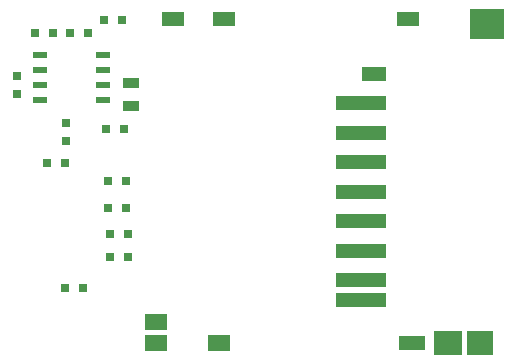
<source format=gtp>
G04 (created by PCBNEW-RS274X (2011-11-27 BZR 3249)-stable) date 21/02/2012 2:28:41 p.m.*
G01*
G70*
G90*
%MOIN*%
G04 Gerber Fmt 3.4, Leading zero omitted, Abs format*
%FSLAX34Y34*%
G04 APERTURE LIST*
%ADD10C,0.006000*%
%ADD11R,0.055000X0.035000*%
%ADD12R,0.045000X0.020000*%
%ADD13R,0.025000X0.031500*%
%ADD14R,0.076800X0.055100*%
%ADD15R,0.074800X0.051200*%
%ADD16R,0.114200X0.102400*%
%ADD17R,0.086600X0.050200*%
%ADD18R,0.094500X0.082700*%
%ADD19R,0.086600X0.082700*%
%ADD20R,0.169300X0.047200*%
%ADD21R,0.078700X0.047200*%
%ADD22R,0.031500X0.025000*%
G04 APERTURE END LIST*
G54D10*
G54D11*
X30677Y-23597D03*
X30677Y-24347D03*
G54D12*
X27631Y-24152D03*
X29731Y-24152D03*
X27631Y-23652D03*
X27631Y-23152D03*
X27631Y-22652D03*
X29731Y-23652D03*
X29731Y-23152D03*
X29731Y-22652D03*
G54D13*
X28080Y-21933D03*
X27480Y-21933D03*
X29846Y-25118D03*
X30446Y-25118D03*
X28629Y-21933D03*
X29229Y-21933D03*
G54D14*
X31504Y-32252D03*
X31504Y-31543D03*
G54D15*
X32055Y-21465D03*
X33768Y-21465D03*
X39910Y-21465D03*
G54D16*
X42547Y-21622D03*
G54D14*
X33591Y-32252D03*
G54D17*
X40028Y-32252D03*
G54D18*
X41228Y-32252D03*
G54D19*
X42311Y-32252D03*
G54D20*
X38339Y-30805D03*
X38339Y-30165D03*
X38339Y-29181D03*
X38339Y-28197D03*
X38339Y-27213D03*
X38339Y-26228D03*
X38339Y-25244D03*
X38339Y-24260D03*
G54D21*
X38768Y-23276D03*
G54D13*
X28468Y-30409D03*
X29068Y-30409D03*
X29759Y-21504D03*
X30359Y-21504D03*
X30489Y-26854D03*
X29889Y-26854D03*
X30560Y-29394D03*
X29960Y-29394D03*
G54D22*
X28488Y-24917D03*
X28488Y-25517D03*
G54D13*
X29960Y-28634D03*
X30560Y-28634D03*
X29889Y-27744D03*
X30489Y-27744D03*
X27885Y-26260D03*
X28485Y-26260D03*
G54D22*
X26870Y-23946D03*
X26870Y-23346D03*
M02*

</source>
